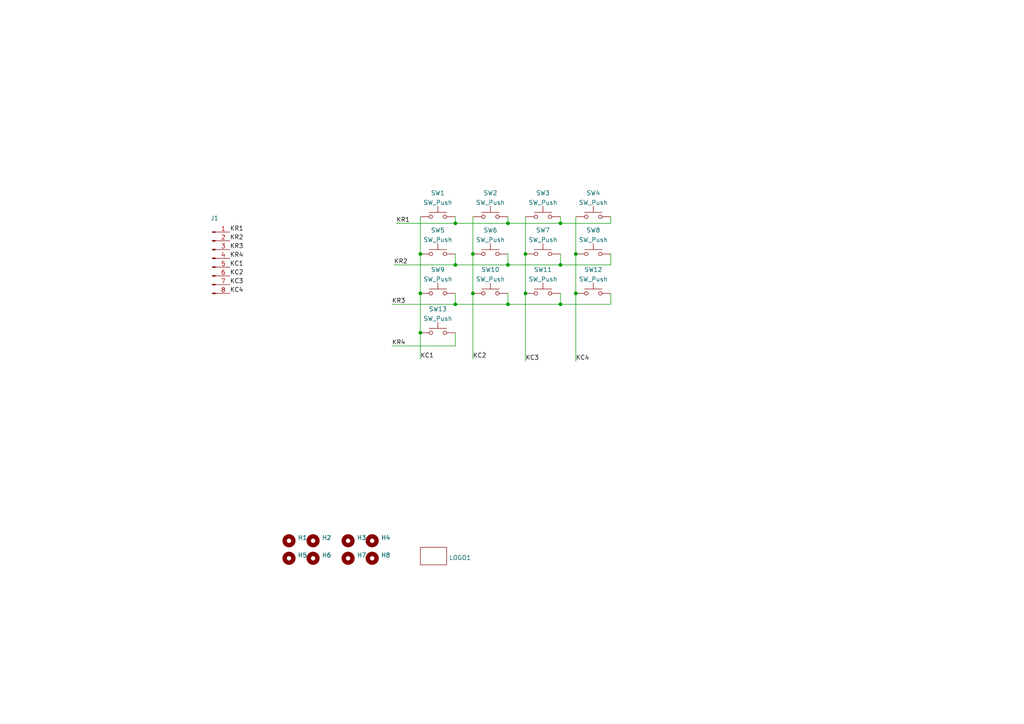
<source format=kicad_sch>
(kicad_sch (version 20211123) (generator eeschema)
  (paper "A4")
  (title_block (title "Nanovoltmeter - MEGGIE") (date "2022-05-15") (rev "1"))
  (lib_symbols
    (symbol "Connector:Conn_01x08_Male" (pin_names (offset 1.016) hide)
      (property "Reference" "J" (at 0 10.16 0))
      (property "Value" "Conn_01x08_Male" (at 0 -12.7 0))
      (symbol "Conn_01x08_Male_1_1"
        (polyline (pts (xy 1.27 -10.16) (xy 0.8636 -10.16)) (stroke (width 0.1524)))
        (polyline (pts (xy 1.27 -7.62) (xy 0.8636 -7.62)) (stroke (width 0.1524)))
        (polyline (pts (xy 1.27 -5.08) (xy 0.8636 -5.08)) (stroke (width 0.1524)))
        (polyline (pts (xy 1.27 -2.54) (xy 0.8636 -2.54)) (stroke (width 0.1524)))
        (polyline (pts (xy 1.27 0) (xy 0.8636 0)) (stroke (width 0.1524)))
        (polyline (pts (xy 1.27 2.54) (xy 0.8636 2.54)) (stroke (width 0.1524)))
        (polyline (pts (xy 1.27 5.08) (xy 0.8636 5.08)) (stroke (width 0.1524)))
        (polyline (pts (xy 1.27 7.62) (xy 0.8636 7.62)) (stroke (width 0.1524)))
        (rectangle (start 0.8636 -10.033) (end 0 -10.287) (stroke (width 0.1524)) (fill (type outline)))
        (rectangle (start 0.8636 -7.493) (end 0 -7.747) (stroke (width 0.1524)) (fill (type outline)))
        (rectangle (start 0.8636 -4.953) (end 0 -5.207) (stroke (width 0.1524)) (fill (type outline)))
        (rectangle (start 0.8636 -2.413) (end 0 -2.667) (stroke (width 0.1524)) (fill (type outline)))
        (rectangle (start 0.8636 0.127) (end 0 -0.127) (stroke (width 0.1524)) (fill (type outline)))
        (rectangle (start 0.8636 2.667) (end 0 2.413) (stroke (width 0.1524)) (fill (type outline)))
        (rectangle (start 0.8636 5.207) (end 0 4.953) (stroke (width 0.1524)) (fill (type outline)))
        (rectangle (start 0.8636 7.747) (end 0 7.493) (stroke (width 0.1524)) (fill (type outline)))
        (pin passive line (at 5.08 7.62 180) (length 3.81) (name "Pin_1") (number "1"))
        (pin passive line (at 5.08 5.08 180) (length 3.81) (name "Pin_2") (number "2"))
        (pin passive line (at 5.08 2.54 180) (length 3.81) (name "Pin_3") (number "3"))
        (pin passive line (at 5.08 0 180) (length 3.81) (name "Pin_4") (number "4"))
        (pin passive line (at 5.08 -2.54 180) (length 3.81) (name "Pin_5") (number "5"))
        (pin passive line (at 5.08 -5.08 180) (length 3.81) (name "Pin_6") (number "6"))
        (pin passive line (at 5.08 -7.62 180) (length 3.81) (name "Pin_7") (number "7"))
        (pin passive line (at 5.08 -10.16 180) (length 3.81) (name "Pin_8") (number "8"))
      )
    )
    (symbol "Mechanical:MountingHole" (pin_names (offset 1.016))
      (property "Reference" "H" (at 0 5.08 0))
      (property "Value" "MountingHole" (at 0 3.175 0))
      (symbol "MountingHole_0_1"
        (circle (center 0 0) (radius 1.27) (stroke (width 1.27)))
      )
    )
    (symbol "Switch:SW_Push" (pin_numbers hide) (pin_names (offset 1.016) hide)
      (property "Reference" "SW" (at 1.27 2.54 0))
      (property "Value" "SW_Push" (at 0 -1.524 0))
      (symbol "SW_Push_0_1"
        (circle (center -2.032 0) (radius 0.508))
        (polyline (pts (xy 0 1.27) (xy 0 3.048)))
        (polyline (pts (xy 2.54 1.27) (xy -2.54 1.27)))
        (circle (center 2.032 0) (radius 0.508))
        (pin passive line (at -5.08 0 0) (length 2.54) (name "1") (number "1"))
        (pin passive line (at 5.08 0 180) (length 2.54) (name "2") (number "2"))
      )
    )
    (symbol "j_lib:logo_generic"
      (property "Reference" "LOGO" (at 0 3.81 0))
      (symbol "logo_generic_0_1"
        (rectangle (start -3.81 2.54) (end 3.81 -2.54) (stroke (width 0.1524)))
      )
    )
  )
  (junction (at 137.16 73.66))
  (junction (at 137.16 85.09))
  (junction (at 167.005 85.09))
  (junction (at 121.92 85.09))
  (junction (at 147.32 76.835))
  (junction (at 132.08 64.77))
  (junction (at 162.56 64.77))
  (junction (at 152.4 85.09))
  (junction (at 162.56 88.265))
  (junction (at 167.005 73.66))
  (junction (at 121.92 73.66))
  (junction (at 147.32 64.77))
  (junction (at 121.92 96.52))
  (junction (at 152.4 73.66))
  (junction (at 147.32 88.265))
  (junction (at 132.08 88.265))
  (junction (at 132.08 76.835))
  (junction (at 162.56 76.835))
  (wire (pts (xy 147.32 85.09) (xy 147.32 88.265)))
  (wire (pts (xy 137.16 62.865) (xy 137.16 73.66)))
  (wire (pts (xy 147.32 62.865) (xy 147.32 64.77)))
  (wire (pts (xy 162.56 64.77) (xy 177.165 64.77)))
  (wire (pts (xy 177.165 73.66) (xy 177.165 76.835)))
  (wire (pts (xy 132.08 96.52) (xy 132.08 100.33)))
  (wire (pts (xy 132.08 76.835) (xy 147.32 76.835)))
  (wire (pts (xy 113.665 88.265) (xy 132.08 88.265)))
  (wire (pts (xy 177.165 85.09) (xy 177.165 88.265)))
  (wire (pts (xy 137.16 73.66) (xy 137.16 85.09)))
  (wire (pts (xy 113.665 100.33) (xy 132.08 100.33)))
  (wire (pts (xy 152.4 62.865) (xy 152.4 73.66)))
  (wire (pts (xy 147.32 88.265) (xy 162.56 88.265)))
  (wire (pts (xy 132.08 85.09) (xy 132.08 88.265)))
  (wire (pts (xy 152.4 73.66) (xy 152.4 85.09)))
  (wire (pts (xy 162.56 88.265) (xy 177.165 88.265)))
  (wire (pts (xy 132.08 88.265) (xy 147.32 88.265)))
  (wire (pts (xy 121.92 96.52) (xy 121.92 104.14)))
  (wire (pts (xy 137.16 85.09) (xy 137.16 104.14)))
  (wire (pts (xy 147.32 64.77) (xy 162.56 64.77)))
  (wire (pts (xy 167.005 85.09) (xy 167.005 104.775)))
  (wire (pts (xy 132.08 64.77) (xy 147.32 64.77)))
  (wire (pts (xy 162.56 85.09) (xy 162.56 88.265)))
  (wire (pts (xy 121.92 73.66) (xy 121.92 85.09)))
  (wire (pts (xy 177.165 62.865) (xy 177.165 64.77)))
  (wire (pts (xy 162.56 73.66) (xy 162.56 76.835)))
  (wire (pts (xy 147.32 76.835) (xy 162.56 76.835)))
  (wire (pts (xy 167.005 73.66) (xy 167.005 85.09)))
  (wire (pts (xy 162.56 62.865) (xy 162.56 64.77)))
  (wire (pts (xy 162.56 76.835) (xy 177.165 76.835)))
  (wire (pts (xy 167.005 62.865) (xy 167.005 73.66)))
  (wire (pts (xy 132.08 73.66) (xy 132.08 76.835)))
  (wire (pts (xy 152.4 85.09) (xy 152.4 104.775)))
  (wire (pts (xy 114.3 76.835) (xy 132.08 76.835)))
  (wire (pts (xy 121.92 85.09) (xy 121.92 96.52)))
  (wire (pts (xy 147.32 73.66) (xy 147.32 76.835)))
  (wire (pts (xy 132.08 62.865) (xy 132.08 64.77)))
  (wire (pts (xy 121.92 62.865) (xy 121.92 73.66)))
  (wire (pts (xy 114.935 64.77) (xy 132.08 64.77)))
  (label "KC2" (at 137.16 104.14 0))
  (label "KR1" (at 114.935 64.77 0))
  (label "KC1" (at 66.675 77.47 0))
  (label "KC4" (at 167.005 104.775 0))
  (label "KC2" (at 66.675 80.01 0))
  (label "KC4" (at 66.675 85.09 0))
  (label "KR3" (at 66.675 72.39 0))
  (label "KR1" (at 66.675 67.31 0))
  (label "KC1" (at 121.92 104.14 0))
  (label "KC3" (at 66.675 82.55 0))
  (label "KC3" (at 152.4 104.775 0))
  (label "KR2" (at 114.3 76.835 0))
  (label "KR2" (at 66.675 69.85 0))
  (label "KR4" (at 66.675 74.93 0))
  (label "KR3" (at 113.665 88.265 0))
  (label "KR4" (at 113.665 100.33 0))
  (symbol (lib_id "Switch:SW_Push") (at 157.48 73.66 0) (unit 1)
    (property "Reference" "SW7" (at 157.48 66.7725 0))
    (property "Value" "SW_Push" (at 157.48 69.5476 0))
    (property "Footprint" "j_lib:MQ_6450" (effects hide))
    (property "PN" "6450" (effects hide))
    (property "SUPPLIER" "TME" (effects hide))
  )
  (symbol (lib_id "Mechanical:MountingHole") (at 100.965 161.925 0) (unit 1)
    (property "Reference" "H7" (at 103.505 161.0165 0) (effects (justify left)))
    (property "Value" "MountingHole" (effects hide))
    (property "Footprint" "MountingHole:MountingHole_3.2mm_M3_DIN965_Pad" (effects hide))
    (property "Comment" "DNP" (effects hide))
  )
  (symbol (lib_id "Switch:SW_Push") (at 172.085 85.09 0) (unit 1)
    (property "Reference" "SW12" (at 172.085 78.2025 0))
    (property "Value" "SW_Push" (at 172.085 80.9776 0))
    (property "Footprint" "j_lib:MQ_6450" (effects hide))
    (property "PN" "6450" (effects hide))
    (property "SUPPLIER" "TME" (effects hide))
  )
  (symbol (lib_id "Mechanical:MountingHole") (at 107.95 161.925 0) (unit 1)
    (property "Reference" "H8" (at 110.49 161.0165 0) (effects (justify left)))
    (property "Value" "MountingHole" (effects hide))
    (property "Footprint" "MountingHole:MountingHole_3.2mm_M3_DIN965_Pad" (effects hide))
    (property "Comment" "DNP" (effects hide))
  )
  (symbol (lib_id "Switch:SW_Push") (at 127 62.865 0) (unit 1)
    (property "Reference" "SW1" (at 127 55.9775 0))
    (property "Value" "SW_Push" (at 127 58.7526 0))
    (property "Footprint" "j_lib:MQ_6450" (effects hide))
    (property "PN" "6450" (effects hide))
    (property "SUPPLIER" "TME" (effects hide))
  )
  (symbol (lib_id "Switch:SW_Push") (at 127 96.52 0) (unit 1)
    (property "Reference" "SW13" (at 127 89.6325 0))
    (property "Value" "SW_Push" (at 127 92.4076 0))
    (property "Footprint" "j_lib:MQ_6450" (effects hide))
    (property "PN" "6450" (effects hide))
    (property "SUPPLIER" "TME" (effects hide))
  )
  (symbol (lib_id "Mechanical:MountingHole") (at 90.805 161.925 0) (unit 1)
    (property "Reference" "H6" (at 93.345 161.0165 0) (effects (justify left)))
    (property "Value" "MountingHole" (effects hide))
    (property "Footprint" "MountingHole:MountingHole_2.5mm_Pad" (effects hide))
    (property "Comment" "DNP" (effects hide))
  )
  (symbol (lib_id "Switch:SW_Push") (at 142.24 73.66 0) (unit 1)
    (property "Reference" "SW6" (at 142.24 66.7725 0))
    (property "Value" "SW_Push" (at 142.24 69.5476 0))
    (property "Footprint" "j_lib:MQ_6450" (effects hide))
    (property "PN" "6450" (effects hide))
    (property "SUPPLIER" "TME" (effects hide))
  )
  (symbol (lib_id "Switch:SW_Push") (at 127 73.66 0) (unit 1)
    (property "Reference" "SW5" (at 127 66.7725 0))
    (property "Value" "SW_Push" (at 127 69.5476 0))
    (property "Footprint" "j_lib:MQ_6450" (effects hide))
    (property "PN" "6450" (effects hide))
    (property "SUPPLIER" "TME" (effects hide))
  )
  (symbol (lib_id "Mechanical:MountingHole") (at 100.965 156.845 0) (unit 1)
    (property "Reference" "H3" (at 103.505 155.9365 0) (effects (justify left)))
    (property "Value" "MountingHole" (effects hide))
    (property "Footprint" "MountingHole:MountingHole_3.2mm_M3_DIN965_Pad" (effects hide))
    (property "Comment" "DNP" (effects hide))
  )
  (symbol (lib_id "Mechanical:MountingHole") (at 90.805 156.845 0) (unit 1)
    (property "Reference" "H2" (at 93.345 155.9365 0) (effects (justify left)))
    (property "Value" "MountingHole" (effects hide))
    (property "Footprint" "MountingHole:MountingHole_2.5mm_Pad" (effects hide))
    (property "Comment" "DNP" (effects hide))
  )
  (symbol (lib_id "Mechanical:MountingHole") (at 107.95 156.845 0) (unit 1)
    (property "Reference" "H4" (at 110.49 155.9365 0) (effects (justify left)))
    (property "Value" "MountingHole" (effects hide))
    (property "Footprint" "MountingHole:MountingHole_3.2mm_M3_DIN965_Pad" (effects hide))
    (property "Comment" "DNP" (effects hide))
  )
  (symbol (lib_id "Switch:SW_Push") (at 142.24 85.09 0) (unit 1)
    (property "Reference" "SW10" (at 142.24 78.2025 0))
    (property "Value" "SW_Push" (at 142.24 80.9776 0))
    (property "Footprint" "j_lib:MQ_6450" (effects hide))
    (property "PN" "6450" (effects hide))
    (property "SUPPLIER" "TME" (effects hide))
  )
  (symbol (lib_id "Switch:SW_Push") (at 172.085 73.66 0) (unit 1)
    (property "Reference" "SW8" (at 172.085 66.7725 0))
    (property "Value" "SW_Push" (at 172.085 69.5476 0))
    (property "Footprint" "j_lib:MQ_6450" (effects hide))
    (property "PN" "6450" (effects hide))
    (property "SUPPLIER" "TME" (effects hide))
  )
  (symbol (lib_id "Switch:SW_Push") (at 127 85.09 0) (unit 1)
    (property "Reference" "SW9" (at 127 78.2025 0))
    (property "Value" "SW_Push" (at 127 80.9776 0))
    (property "Footprint" "j_lib:MQ_6450" (effects hide))
    (property "PN" "6450" (effects hide))
    (property "SUPPLIER" "TME" (effects hide))
  )
  (symbol (lib_id "Switch:SW_Push") (at 157.48 85.09 0) (unit 1)
    (property "Reference" "SW11" (at 157.48 78.2025 0))
    (property "Value" "SW_Push" (at 157.48 80.9776 0))
    (property "Footprint" "j_lib:MQ_6450" (effects hide))
    (property "PN" "6450" (effects hide))
    (property "SUPPLIER" "TME" (effects hide))
  )
  (symbol (lib_id "Switch:SW_Push") (at 157.48 62.865 0) (unit 1)
    (property "Reference" "SW3" (at 157.48 55.9775 0))
    (property "Value" "SW_Push" (at 157.48 58.7526 0))
    (property "Footprint" "j_lib:MQ_6450" (effects hide))
    (property "PN" "6450" (effects hide))
    (property "SUPPLIER" "TME" (effects hide))
  )
  (symbol (lib_id "Mechanical:MountingHole") (at 83.82 156.845 0) (unit 1)
    (property "Reference" "H1" (at 86.36 155.9365 0) (effects (justify left)))
    (property "Value" "MountingHole" (effects hide))
    (property "Footprint" "MountingHole:MountingHole_2.5mm_Pad" (effects hide))
    (property "Comment" "DNP" (effects hide))
  )
  (symbol (lib_id "Connector:Conn_01x08_Male") (at 61.595 74.93 0) (unit 1)
    (property "Reference" "J1" (at 62.23 63.2673 0))
    (property "Value" "Conn_01x08_Male" (effects hide))
    (property "Footprint" "Connector_Molex:Molex_KK-254_AE-6410-08A_1x08_P2.54mm_Vertical" (effects hide))
    (property "Comment" "DNP" (effects hide))
  )
  (symbol (lib_id "j_lib:logo_generic") (at 125.73 161.29 0) (unit 1)
    (property "Reference" "LOGO1" (at 130.2512 161.769 0) (effects (justify left)))
    (property "Value" "logo_generic" (effects hide))
    (property "Footprint" "j_lib:logo_rpg7x9" (effects hide))
    (property "Comment" "DNP" (effects hide))
  )
  (symbol (lib_id "Mechanical:MountingHole") (at 83.82 161.925 0) (unit 1)
    (property "Reference" "H5" (at 86.36 161.0165 0) (effects (justify left)))
    (property "Value" "MountingHole" (effects hide))
    (property "Footprint" "MountingHole:MountingHole_2.5mm_Pad" (effects hide))
    (property "Comment" "DNP" (effects hide))
  )
  (symbol (lib_id "Switch:SW_Push") (at 142.24 62.865 0) (unit 1)
    (property "Reference" "SW2" (at 142.24 55.9775 0))
    (property "Value" "SW_Push" (at 142.24 58.7526 0))
    (property "Footprint" "j_lib:MQ_6450" (effects hide))
    (property "PN" "6450" (effects hide))
    (property "SUPPLIER" "TME" (effects hide))
  )
  (symbol (lib_id "Switch:SW_Push") (at 172.085 62.865 0) (unit 1)
    (property "Reference" "SW4" (at 172.085 55.9775 0))
    (property "Value" "SW_Push" (at 172.085 58.7526 0))
    (property "Footprint" "j_lib:MQ_6450" (effects hide))
    (property "PN" "6450" (effects hide))
    (property "SUPPLIER" "TME" (effects hide))
  )
)
</source>
